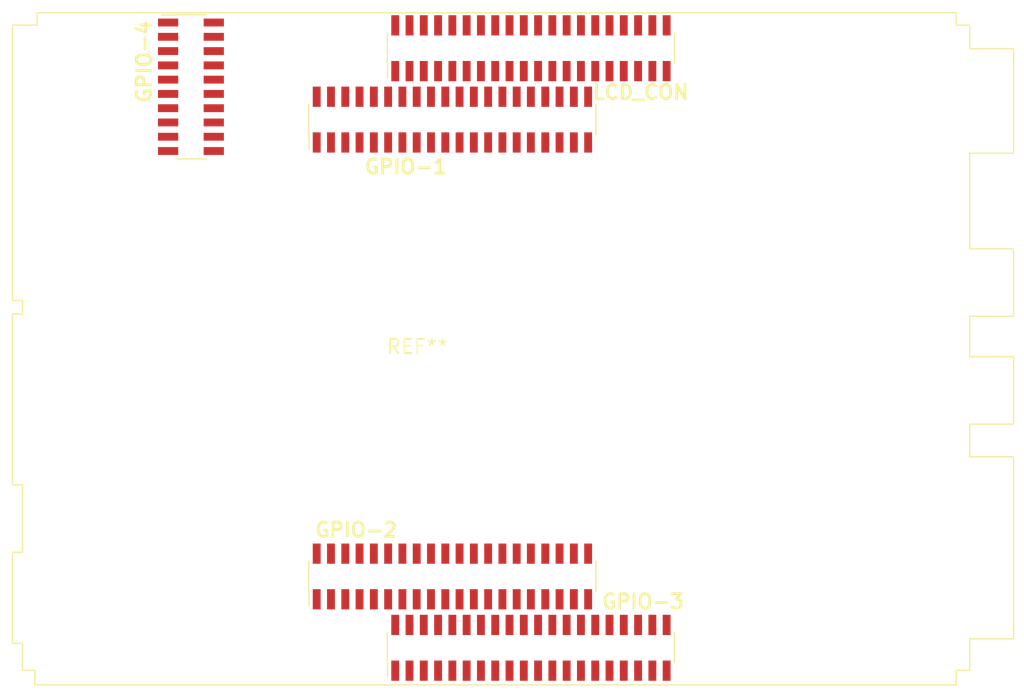
<source format=kicad_pcb>
(kicad_pcb (version 20240108) (generator pcbnew)
  (layers (0 "F.Cu" signal) (31 "B.Cu" signal) (34 "B.Paste" user) (35 "F.Paste" user) (36 "B.SilkS" user "B.Silkscreen") (37 "F.SilkS" user "F.Silkscreen") (38 "B.Mask" user) (39 "F.Mask" user) (44 "Edge.Cuts" user))
  (net 0 "")
  (footprint "A20_OLINUXINO_LIME2" (layer "F.Cu") (at 0 0)
    (property "Reference" "REF**")
    (property "Value" "A20_OLINUXINO_LIME2")
    (fp_line (start -36 -28.6) (end -36 -4.1) (layer "F.SilkS") (stroke (width 0.12)))
    (fp_line (start -36 -4.1) (end -35.1 -4.1) (layer "F.SilkS") (stroke (width 0.12)))
    (fp_line (start -36 -2.9) (end -36 12.3) (layer "F.SilkS") (stroke (width 0.12)))
    (fp_line (start -36 12.3) (end -35.1 12.3) (layer "F.SilkS") (stroke (width 0.12)))
    (fp_line (start -36 18.3) (end -36 26.4) (layer "F.SilkS") (stroke (width 0.12)))
    (fp_line (start -36 26.4) (end -35.1 26.4) (layer "F.SilkS") (stroke (width 0.12)))
    (fp_line (start -35.1 -4.1) (end -35.1 -2.9) (layer "F.SilkS") (stroke (width 0.12)))
    (fp_line (start -35.1 -2.9) (end -36 -2.9) (layer "F.SilkS") (stroke (width 0.12)))
    (fp_line (start -35.1 12.3) (end -35.1 18.3) (layer "F.SilkS") (stroke (width 0.12)))
    (fp_line (start -35.1 18.3) (end -36 18.3) (layer "F.SilkS") (stroke (width 0.12)))
    (fp_line (start -35.1 26.4) (end -35.1 28.8) (layer "F.SilkS") (stroke (width 0.12)))
    (fp_line (start -35.1 28.8) (end -34 28.8) (layer "F.SilkS") (stroke (width 0.12)))
    (fp_line (start -34 28.8) (end -34 30.1) (layer "F.SilkS") (stroke (width 0.12)))
    (fp_line (start -34 30.1) (end 47.9 30.1) (layer "F.SilkS") (stroke (width 0.12)))
    (fp_line (start -33.8 -29.7) (end -33.8 -28.6) (layer "F.SilkS") (stroke (width 0.12)))
    (fp_line (start -33.8 -28.6) (end -36 -28.6) (layer "F.SilkS") (stroke (width 0.12)))
    (fp_line (start -22.75 -29.5) (end -21.45 -29.5) (layer "F.SilkS") (stroke (width 0.12)))
    (fp_line (start -21.45 -29.52) (end -18.79 -29.52) (layer "F.SilkS") (stroke (width 0.12)))
    (fp_line (start -21.45 -29.5) (end -21.45 -29.52) (layer "F.SilkS") (stroke (width 0.12)))
    (fp_line (start -21.45 -16.72) (end -21.45 -16.7) (layer "F.SilkS") (stroke (width 0.12)))
    (fp_line (start -21.45 -16.7) (end -18.79 -16.7) (layer "F.SilkS") (stroke (width 0.12)))
    (fp_line (start -18.79 -29.52) (end -18.79 -29.5) (layer "F.SilkS") (stroke (width 0.12)))
    (fp_line (start -18.79 -16.7) (end -18.79 -16.72) (layer "F.SilkS") (stroke (width 0.12)))
    (fp_line (start -9.65 -21.53) (end -9.63 -21.53) (layer "F.SilkS") (stroke (width 0.12)))
    (fp_line (start -9.65 -18.87) (end -9.65 -21.53) (layer "F.SilkS") (stroke (width 0.12)))
    (fp_line (start -9.65 19.11) (end -9.63 19.11) (layer "F.SilkS") (stroke (width 0.12)))
    (fp_line (start -9.65 21.77) (end -9.65 19.11) (layer "F.SilkS") (stroke (width 0.12)))
    (fp_line (start -9.63 -18.87) (end -9.65 -18.87) (layer "F.SilkS") (stroke (width 0.12)))
    (fp_line (start -9.63 -17.57) (end -9.63 -18.87) (layer "F.SilkS") (stroke (width 0.12)))
    (fp_line (start -9.63 21.77) (end -9.65 21.77) (layer "F.SilkS") (stroke (width 0.12)))
    (fp_line (start -9.63 23.07) (end -9.63 21.77) (layer "F.SilkS") (stroke (width 0.12)))
    (fp_line (start -2.67 -27.88) (end -2.65 -27.88) (layer "F.SilkS") (stroke (width 0.12)))
    (fp_line (start -2.67 -25.22) (end -2.67 -27.88) (layer "F.SilkS") (stroke (width 0.12)))
    (fp_line (start -2.67 25.46) (end -2.65 25.46) (layer "F.SilkS") (stroke (width 0.12)))
    (fp_line (start -2.67 28.12) (end -2.67 25.46) (layer "F.SilkS") (stroke (width 0.12)))
    (fp_line (start -2.65 -25.22) (end -2.67 -25.22) (layer "F.SilkS") (stroke (width 0.12)))
    (fp_line (start -2.65 -23.92) (end -2.65 -25.22) (layer "F.SilkS") (stroke (width 0.12)))
    (fp_line (start -2.65 28.12) (end -2.67 28.12) (layer "F.SilkS") (stroke (width 0.12)))
    (fp_line (start -2.65 29.42) (end -2.65 28.12) (layer "F.SilkS") (stroke (width 0.12)))
    (fp_line (start 15.85 -18.87) (end 15.87 -18.87) (layer "F.SilkS") (stroke (width 0.12)))
    (fp_line (start 15.85 21.77) (end 15.87 21.77) (layer "F.SilkS") (stroke (width 0.12)))
    (fp_line (start 15.87 -21.53) (end 15.85 -21.53) (layer "F.SilkS") (stroke (width 0.12)))
    (fp_line (start 15.87 -18.87) (end 15.87 -21.53) (layer "F.SilkS") (stroke (width 0.12)))
    (fp_line (start 15.87 19.11) (end 15.85 19.11) (layer "F.SilkS") (stroke (width 0.12)))
    (fp_line (start 15.87 21.77) (end 15.87 19.11) (layer "F.SilkS") (stroke (width 0.12)))
    (fp_line (start 22.83 -25.22) (end 22.85 -25.22) (layer "F.SilkS") (stroke (width 0.12)))
    (fp_line (start 22.83 28.12) (end 22.85 28.12) (layer "F.SilkS") (stroke (width 0.12)))
    (fp_line (start 22.85 -27.88) (end 22.83 -27.88) (layer "F.SilkS") (stroke (width 0.12)))
    (fp_line (start 22.85 -25.22) (end 22.85 -27.88) (layer "F.SilkS") (stroke (width 0.12)))
    (fp_line (start 22.85 25.46) (end 22.83 25.46) (layer "F.SilkS") (stroke (width 0.12)))
    (fp_line (start 22.85 28.12) (end 22.85 25.46) (layer "F.SilkS") (stroke (width 0.12)))
    (fp_line (start 47.9 -29.7) (end -33.8 -29.7) (layer "F.SilkS") (stroke (width 0.12)))
    (fp_line (start 47.9 -28.6) (end 47.9 -29.7) (layer "F.SilkS") (stroke (width 0.12)))
    (fp_line (start 47.9 28.8) (end 49.1 28.8) (layer "F.SilkS") (stroke (width 0.12)))
    (fp_line (start 47.9 30.1) (end 47.9 28.8) (layer "F.SilkS") (stroke (width 0.12)))
    (fp_line (start 49.1 -28.6) (end 47.9 -28.6) (layer "F.SilkS") (stroke (width 0.12)))
    (fp_line (start 49.1 -26.5) (end 49.1 -28.6) (layer "F.SilkS") (stroke (width 0.12)))
    (fp_line (start 49.1 -17.2) (end 53 -17.2) (layer "F.SilkS") (stroke (width 0.12)))
    (fp_line (start 49.1 -8.7) (end 49.1 -17.2) (layer "F.SilkS") (stroke (width 0.12)))
    (fp_line (start 49.1 -2.7) (end 53 -2.7) (layer "F.SilkS") (stroke (width 0.12)))
    (fp_line (start 49.1 0.9) (end 49.1 -2.7) (layer "F.SilkS") (stroke (width 0.12)))
    (fp_line (start 49.1 6.9) (end 53 6.9) (layer "F.SilkS") (stroke (width 0.12)))
    (fp_line (start 49.1 9.8) (end 49.1 6.9) (layer "F.SilkS") (stroke (width 0.12)))
    (fp_line (start 49.1 26) (end 53 26) (layer "F.SilkS") (stroke (width 0.12)))
    (fp_line (start 49.1 28.8) (end 49.1 26) (layer "F.SilkS") (stroke (width 0.12)))
    (fp_line (start 53 -26.5) (end 49.1 -26.5) (layer "F.SilkS") (stroke (width 0.12)))
    (fp_line (start 53 -17.2) (end 53 -26.5) (layer "F.SilkS") (stroke (width 0.12)))
    (fp_line (start 53 -8.7) (end 49.1 -8.7) (layer "F.SilkS") (stroke (width 0.12)))
    (fp_line (start 53 -2.7) (end 53 -8.7) (layer "F.SilkS") (stroke (width 0.12)))
    (fp_line (start 53 0.9) (end 49.1 0.9) (layer "F.SilkS") (stroke (width 0.12)))
    (fp_line (start 53 6.9) (end 53 0.9) (layer "F.SilkS") (stroke (width 0.12)))
    (fp_line (start 53 9.8) (end 49.1 9.8) (layer "F.SilkS") (stroke (width 0.12)))
    (fp_line (start 53 26) (end 53 9.8) (layer "F.SilkS") (stroke (width 0.12)))
    (fp_text user "GPIO-3" (at 20.05 22.68 0) (layer "F.SilkS") (effects (font (size 1.27 1.27) (thickness 0.25))))
    (fp_text user "GPIO-4" (at -24.3 -25.35 90) (layer "F.SilkS") (effects (font (size 1.27 1.27) (thickness 0.25))))
    (fp_text user "LCD_CON" (at 19.85 -22.63 0) (layer "F.SilkS") (effects (font (size 1.27 1.27) (thickness 0.25))))
    (fp_text user "GPIO-1" (at -1.03 -16 0) (layer "F.SilkS") (effects (font (size 1.27 1.27) (thickness 0.25))))
    (fp_text user "GPIO-2" (at -5.44 16.31 0) (layer "F.SilkS") (effects (font (size 1.27 1.27) (thickness 0.25))))
    (pad "" np_thru_hole circle (at -20.13 -28.19) (size 0.8 0.8) (drill 0.8) (layers *.Cu *.Mask))
    (pad "" np_thru_hole circle (at -20.13 -18.04) (size 0.8 0.8) (drill 0.8) (layers *.Cu *.Mask))
    (pad "" np_thru_hole circle (at -8.32 -20.19) (size 0.8 0.8) (drill 0.8) (layers *.Cu *.Mask))
    (pad "" np_thru_hole circle (at -8.32 20.45) (size 0.8 0.8) (drill 0.8) (layers *.Cu *.Mask))
    (pad "" np_thru_hole circle (at -1.33 -26.54) (size 0.8 0.8) (drill 0.8) (layers *.Cu *.Mask))
    (pad "" np_thru_hole circle (at -1.33 26.8) (size 0.8 0.8) (drill 0.8) (layers *.Cu *.Mask))
    (pad "" np_thru_hole circle (at 14.54 -20.19) (size 0.8 0.8) (drill 0.8) (layers *.Cu *.Mask))
    (pad "" np_thru_hole circle (at 14.54 20.45) (size 0.8 0.8) (drill 0.8) (layers *.Cu *.Mask))
    (pad "" np_thru_hole circle (at 21.53 -26.54) (size 0.8 0.8) (drill 0.8) (layers *.Cu *.Mask))
    (pad "" np_thru_hole circle (at 21.53 26.8) (size 0.8 0.8) (drill 0.8) (layers *.Cu *.Mask))
    (pad "1-1" smd rect (at -8.95 -18.16 90) (size 1.8 0.7) (layers "F.Cu" "F.Paste" "F.Mask"))
    (pad "1-2" smd rect (at -8.95 -22.23 90) (size 1.8 0.7) (layers "F.Cu" "F.Paste" "F.Mask"))
    (pad "1-3" smd rect (at -7.68 -18.16 90) (size 1.8 0.7) (layers "F.Cu" "F.Paste" "F.Mask"))
    (pad "1-4" smd rect (at -7.68 -22.23 90) (size 1.8 0.7) (layers "F.Cu" "F.Paste" "F.Mask"))
    (pad "1-5" smd rect (at -6.41 -18.16 90) (size 1.8 0.7) (layers "F.Cu" "F.Paste" "F.Mask"))
    (pad "1-6" smd rect (at -6.41 -22.23 90) (size 1.8 0.7) (layers "F.Cu" "F.Paste" "F.Mask"))
    (pad "1-7" smd rect (at -5.14 -18.16 90) (size 1.8 0.7) (layers "F.Cu" "F.Paste" "F.Mask"))
    (pad "1-8" smd rect (at -5.14 -22.23 90) (size 1.8 0.7) (layers "F.Cu" "F.Paste" "F.Mask"))
    (pad "1-9" smd rect (at -3.87 -18.16 90) (size 1.8 0.7) (layers "F.Cu" "F.Paste" "F.Mask"))
    (pad "1-10" smd rect (at -3.87 -22.23 90) (size 1.8 0.7) (layers "F.Cu" "F.Paste" "F.Mask"))
    (pad "1-11" smd rect (at -2.6 -18.16 90) (size 1.8 0.7) (layers "F.Cu" "F.Paste" "F.Mask"))
    (pad "1-12" smd rect (at -2.6 -22.23 90) (size 1.8 0.7) (layers "F.Cu" "F.Paste" "F.Mask"))
    (pad "1-13" smd rect (at -1.33 -18.16 270) (size 1.8 0.7) (layers "F.Cu" "F.Paste" "F.Mask"))
    (pad "1-14" smd rect (at -1.33 -22.23 270) (size 1.8 0.7) (layers "F.Cu" "F.Paste" "F.Mask"))
    (pad "1-15" smd rect (at -0.06 -18.16 270) (size 1.8 0.7) (layers "F.Cu" "F.Paste" "F.Mask"))
    (pad "1-16" smd rect (at -0.06 -22.23 270) (size 1.8 0.7) (layers "F.Cu" "F.Paste" "F.Mask"))
    (pad "1-17" smd rect (at 1.21 -18.16 270) (size 1.8 0.7) (layers "F.Cu" "F.Paste" "F.Mask"))
    (pad "1-18" smd rect (at 1.21 -22.23 270) (size 1.8 0.7) (layers "F.Cu" "F.Paste" "F.Mask"))
    (pad "1-19" smd rect (at 2.48 -18.16 270) (size 1.8 0.7) (layers "F.Cu" "F.Paste" "F.Mask"))
    (pad "1-20" smd rect (at 2.48 -22.23 270) (size 1.8 0.7) (layers "F.Cu" "F.Paste" "F.Mask"))
    (pad "1-21" smd rect (at 3.75 -18.16 270) (size 1.8 0.7) (layers "F.Cu" "F.Paste" "F.Mask"))
    (pad "1-22" smd rect (at 3.75 -22.23 270) (size 1.8 0.7) (layers "F.Cu" "F.Paste" "F.Mask"))
    (pad "1-23" smd rect (at 5.02 -18.16 270) (size 1.8 0.7) (layers "F.Cu" "F.Paste" "F.Mask"))
    (pad "1-24" smd rect (at 5.02 -22.23 270) (size 1.8 0.7) (layers "F.Cu" "F.Paste" "F.Mask"))
    (pad "1-25" smd rect (at 6.29 -18.16 270) (size 1.8 0.7) (layers "F.Cu" "F.Paste" "F.Mask"))
    (pad "1-26" smd rect (at 6.29 -22.23 270) (size 1.8 0.7) (layers "F.Cu" "F.Paste" "F.Mask"))
    (pad "1-27" smd rect (at 7.56 -18.16 270) (size 1.8 0.7) (layers "F.Cu" "F.Paste" "F.Mask"))
    (pad "1-28" smd rect (at 7.56 -22.23 270) (size 1.8 0.7) (layers "F.Cu" "F.Paste" "F.Mask"))
    (pad "1-29" smd rect (at 8.83 -18.16 270) (size 1.8 0.7) (layers "F.Cu" "F.Paste" "F.Mask"))
    (pad "1-30" smd rect (at 8.83 -22.23 270) (size 1.8 0.7) (layers "F.Cu" "F.Paste" "F.Mask"))
    (pad "1-31" smd rect (at 10.09 -18.16 270) (size 1.8 0.7) (layers "F.Cu" "F.Paste" "F.Mask"))
    (pad "1-32" smd rect (at 10.09 -22.23 270) (size 1.8 0.7) (layers "F.Cu" "F.Paste" "F.Mask"))
    (pad "1-33" smd rect (at 11.37 -18.16 270) (size 1.8 0.7) (layers "F.Cu" "F.Paste" "F.Mask"))
    (pad "1-34" smd rect (at 11.37 -22.23 270) (size 1.8 0.7) (layers "F.Cu" "F.Paste" "F.Mask"))
    (pad "1-35" smd rect (at 12.64 -18.16 270) (size 1.8 0.7) (layers "F.Cu" "F.Paste" "F.Mask"))
    (pad "1-36" smd rect (at 12.64 -22.23 270) (size 1.8 0.7) (layers "F.Cu" "F.Paste" "F.Mask"))
    (pad "1-37" smd rect (at 13.91 -18.16 270) (size 1.8 0.7) (layers "F.Cu" "F.Paste" "F.Mask"))
    (pad "1-38" smd rect (at 13.91 -22.23 270) (size 1.8 0.7) (layers "F.Cu" "F.Paste" "F.Mask"))
    (pad "1-39" smd rect (at 15.18 -18.16 270) (size 1.8 0.7) (layers "F.Cu" "F.Paste" "F.Mask"))
    (pad "1-40" smd rect (at 15.18 -22.23 270) (size 1.8 0.7) (layers "F.Cu" "F.Paste" "F.Mask"))
    (pad "2-1" smd rect (at -8.95 22.48 90) (size 1.8 0.7) (layers "F.Cu" "F.Paste" "F.Mask"))
    (pad "2-2" smd rect (at -8.95 18.42 90) (size 1.8 0.7) (layers "F.Cu" "F.Paste" "F.Mask"))
    (pad "2-3" smd rect (at -7.68 22.48 90) (size 1.8 0.7) (layers "F.Cu" "F.Paste" "F.Mask"))
    (pad "2-4" smd rect (at -7.68 18.42 90) (size 1.8 0.7) (layers "F.Cu" "F.Paste" "F.Mask"))
    (pad "2-5" smd rect (at -6.41 22.48 90) (size 1.8 0.7) (layers "F.Cu" "F.Paste" "F.Mask"))
    (pad "2-6" smd rect (at -6.41 18.42 90) (size 1.8 0.7) (layers "F.Cu" "F.Paste" "F.Mask"))
    (pad "2-7" smd rect (at -5.14 22.48 90) (size 1.8 0.7) (layers "F.Cu" "F.Paste" "F.Mask"))
    (pad "2-8" smd rect (at -5.14 18.42 90) (size 1.8 0.7) (layers "F.Cu" "F.Paste" "F.Mask"))
    (pad "2-9" smd rect (at -3.87 22.48 90) (size 1.8 0.7) (layers "F.Cu" "F.Paste" "F.Mask"))
    (pad "2-10" smd rect (at -3.87 18.42 90) (size 1.8 0.7) (layers "F.Cu" "F.Paste" "F.Mask"))
    (pad "2-11" smd rect (at -2.6 22.48 90) (size 1.8 0.7) (layers "F.Cu" "F.Paste" "F.Mask"))
    (pad "2-12" smd rect (at -2.6 18.42 90) (size 1.8 0.7) (layers "F.Cu" "F.Paste" "F.Mask"))
    (pad "2-13" smd rect (at -1.33 22.48 270) (size 1.8 0.7) (layers "F.Cu" "F.Paste" "F.Mask"))
    (pad "2-14" smd rect (at -1.33 18.42 270) (size 1.8 0.7) (layers "F.Cu" "F.Paste" "F.Mask"))
    (pad "2-15" smd rect (at -0.06 22.48 270) (size 1.8 0.7) (layers "F.Cu" "F.Paste" "F.Mask"))
    (pad "2-16" smd rect (at -0.06 18.42 270) (size 1.8 0.7) (layers "F.Cu" "F.Paste" "F.Mask"))
    (pad "2-17" smd rect (at 1.21 22.48 270) (size 1.8 0.7) (layers "F.Cu" "F.Paste" "F.Mask"))
    (pad "2-18" smd rect (at 1.21 18.42 270) (size 1.8 0.7) (layers "F.Cu" "F.Paste" "F.Mask"))
    (pad "2-19" smd rect (at 2.48 22.48 270) (size 1.8 0.7) (layers "F.Cu" "F.Paste" "F.Mask"))
    (pad "2-20" smd rect (at 2.48 18.42 270) (size 1.8 0.7) (layers "F.Cu" "F.Paste" "F.Mask"))
    (pad "2-21" smd rect (at 3.75 22.48 270) (size 1.8 0.7) (layers "F.Cu" "F.Paste" "F.Mask"))
    (pad "2-22" smd rect (at 3.75 18.42 270) (size 1.8 0.7) (layers "F.Cu" "F.Paste" "F.Mask"))
    (pad "2-23" smd rect (at 5.02 22.48 270) (size 1.8 0.7) (layers "F.Cu" "F.Paste" "F.Mask"))
    (pad "2-24" smd rect (at 5.02 18.42 270) (size 1.8 0.7) (layers "F.Cu" "F.Paste" "F.Mask"))
    (pad "2-25" smd rect (at 6.29 22.48 270) (size 1.8 0.7) (layers "F.Cu" "F.Paste" "F.Mask"))
    (pad "2-26" smd rect (at 6.29 18.42 270) (size 1.8 0.7) (layers "F.Cu" "F.Paste" "F.Mask"))
    (pad "2-27" smd rect (at 7.56 22.48 270) (size 1.8 0.7) (layers "F.Cu" "F.Paste" "F.Mask"))
    (pad "2-28" smd rect (at 7.56 18.42 270) (size 1.8 0.7) (layers "F.Cu" "F.Paste" "F.Mask"))
    (pad "2-29" smd rect (at 8.83 22.48 270) (size 1.8 0.7) (layers "F.Cu" "F.Paste" "F.Mask"))
    (pad "2-30" smd rect (at 8.83 18.42 270) (size 1.8 0.7) (layers "F.Cu" "F.Paste" "F.Mask"))
    (pad "2-31" smd rect (at 10.09 22.48 270) (size 1.8 0.7) (layers "F.Cu" "F.Paste" "F.Mask"))
    (pad "2-32" smd rect (at 10.09 18.42 270) (size 1.8 0.7) (layers "F.Cu" "F.Paste" "F.Mask"))
    (pad "2-33" smd rect (at 11.37 22.48 270) (size 1.8 0.7) (layers "F.Cu" "F.Paste" "F.Mask"))
    (pad "2-34" smd rect (at 11.37 18.42 270) (size 1.8 0.7) (layers "F.Cu" "F.Paste" "F.Mask"))
    (pad "2-35" smd rect (at 12.64 22.48 270) (size 1.8 0.7) (layers "F.Cu" "F.Paste" "F.Mask"))
    (pad "2-36" smd rect (at 12.64 18.42 270) (size 1.8 0.7) (layers "F.Cu" "F.Paste" "F.Mask"))
    (pad "2-37" smd rect (at 13.91 22.48 270) (size 1.8 0.7) (layers "F.Cu" "F.Paste" "F.Mask"))
    (pad "2-38" smd rect (at 13.91 18.42 270) (size 1.8 0.7) (layers "F.Cu" "F.Paste" "F.Mask"))
    (pad "2-39" smd rect (at 15.18 22.48 270) (size 1.8 0.7) (layers "F.Cu" "F.Paste" "F.Mask"))
    (pad "2-40" smd rect (at 15.18 18.42 270) (size 1.8 0.7) (layers "F.Cu" "F.Paste" "F.Mask"))
    (pad "3-1" smd rect (at -1.97 28.83 90) (size 1.8 0.7) (layers "F.Cu" "F.Paste" "F.Mask"))
    (pad "3-2" smd rect (at -1.97 24.76 90) (size 1.8 0.7) (layers "F.Cu" "F.Paste" "F.Mask"))
    (pad "3-3" smd rect (at -0.7 28.83 90) (size 1.8 0.7) (layers "F.Cu" "F.Paste" "F.Mask"))
    (pad "3-4" smd rect (at -0.7 24.76 90) (size 1.8 0.7) (layers "F.Cu" "F.Paste" "F.Mask"))
    (pad "3-5" smd rect (at 0.57 28.83 90) (size 1.8 0.7) (layers "F.Cu" "F.Paste" "F.Mask"))
    (pad "3-6" smd rect (at 0.57 24.76 90) (size 1.8 0.7) (layers "F.Cu" "F.Paste" "F.Mask"))
    (pad "3-7" smd rect (at 1.84 28.83 90) (size 1.8 0.7) (layers "F.Cu" "F.Paste" "F.Mask"))
    (pad "3-8" smd rect (at 1.84 24.76 90) (size 1.8 0.7) (layers "F.Cu" "F.Paste" "F.Mask"))
    (pad "3-9" smd rect (at 3.11 28.83 90) (size 1.8 0.7) (layers "F.Cu" "F.Paste" "F.Mask"))
    (pad "3-10" smd rect (at 3.11 24.76 90) (size 1.8 0.7) (layers "F.Cu" "F.Paste" "F.Mask"))
    (pad "3-11" smd rect (at 4.38 28.83 90) (size 1.8 0.7) (layers "F.Cu" "F.Paste" "F.Mask"))
    (pad "3-12" smd rect (at 4.38 24.76 90) (size 1.8 0.7) (layers "F.Cu" "F.Paste" "F.Mask"))
    (pad "3-13" smd rect (at 5.65 28.83 270) (size 1.8 0.7) (layers "F.Cu" "F.Paste" "F.Mask"))
    (pad "3-14" smd rect (at 5.65 24.76 270) (size 1.8 0.7) (layers "F.Cu" "F.Paste" "F.Mask"))
    (pad "3-15" smd rect (at 6.92 28.83 270) (size 1.8 0.7) (layers "F.Cu" "F.Paste" "F.Mask"))
    (pad "3-16" smd rect (at 6.92 24.76 270) (size 1.8 0.7) (layers "F.Cu" "F.Paste" "F.Mask"))
    (pad "3-17" smd rect (at 8.19 28.83 270) (size 1.8 0.7) (layers "F.Cu" "F.Paste" "F.Mask"))
    (pad "3-18" smd rect (at 8.19 24.76 270) (size 1.8 0.7) (layers "F.Cu" "F.Paste" "F.Mask"))
    (pad "3-19" smd rect (at 9.46 28.83 270) (size 1.8 0.7) (layers "F.Cu" "F.Paste" "F.Mask"))
    (pad "3-20" smd rect (at 9.46 24.76 270) (size 1.8 0.7) (layers "F.Cu" "F.Paste" "F.Mask"))
    (pad "3-21" smd rect (at 10.73 28.83 270) (size 1.8 0.7) (layers "F.Cu" "F.Paste" "F.Mask"))
    (pad "3-22" smd rect (at 10.73 24.76 270) (size 1.8 0.7) (layers "F.Cu" "F.Paste" "F.Mask"))
    (pad "3-23" smd rect (at 12 28.83 270) (size 1.8 0.7) (layers "F.Cu" "F.Paste" "F.Mask"))
    (pad "3-24" smd rect (at 12 24.76 270) (size 1.8 0.7) (layers "F.Cu" "F.Paste" "F.Mask"))
    (pad "3-25" smd rect (at 13.27 28.83 270) (size 1.8 0.7) (layers "F.Cu" "F.Paste" "F.Mask"))
    (pad "3-26" smd rect (at 13.27 24.76 270) (size 1.8 0.7) (layers "F.Cu" "F.Paste" "F.Mask"))
    (pad "3-27" smd rect (at 14.54 28.83 270) (size 1.8 0.7) (layers "F.Cu" "F.Paste" "F.Mask"))
    (pad "3-28" smd rect (at 14.54 24.76 270) (size 1.8 0.7) (layers "F.Cu" "F.Paste" "F.Mask"))
    (pad "3-29" smd rect (at 15.81 28.83 270) (size 1.8 0.7) (layers "F.Cu" "F.Paste" "F.Mask"))
    (pad "3-30" smd rect (at 15.81 24.76 270) (size 1.8 0.7) (layers "F.Cu" "F.Paste" "F.Mask"))
    (pad "3-31" smd rect (at 17.08 28.83 270) (size 1.8 0.7) (layers "F.Cu" "F.Paste" "F.Mask"))
    (pad "3-32" smd rect (at 17.08 24.76 270) (size 1.8 0.7) (layers "F.Cu" "F.Paste" "F.Mask"))
    (pad "3-33" smd rect (at 18.35 28.83 270) (size 1.8 0.7) (layers "F.Cu" "F.Paste" "F.Mask"))
    (pad "3-34" smd rect (at 18.35 24.76 270) (size 1.8 0.7) (layers "F.Cu" "F.Paste" "F.Mask"))
    (pad "3-35" smd rect (at 19.62 28.83 270) (size 1.8 0.7) (layers "F.Cu" "F.Paste" "F.Mask"))
    (pad "3-36" smd rect (at 19.62 24.76 270) (size 1.8 0.7) (layers "F.Cu" "F.Paste" "F.Mask"))
    (pad "3-37" smd rect (at 20.89 28.83 270) (size 1.8 0.7) (layers "F.Cu" "F.Paste" "F.Mask"))
    (pad "3-38" smd rect (at 20.89 24.76 270) (size 1.8 0.7) (layers "F.Cu" "F.Paste" "F.Mask"))
    (pad "3-39" smd rect (at 22.16 28.83 270) (size 1.8 0.7) (layers "F.Cu" "F.Paste" "F.Mask"))
    (pad "3-40" smd rect (at 22.16 24.76 270) (size 1.8 0.7) (layers "F.Cu" "F.Paste" "F.Mask"))
    (pad "4-1" smd rect (at -18.1 -17.4 180) (size 1.8 0.7) (layers "F.Cu" "F.Paste" "F.Mask"))
    (pad "4-2" smd rect (at -22.16 -17.4 180) (size 1.8 0.7) (layers "F.Cu" "F.Paste" "F.Mask"))
    (pad "4-3" smd rect (at -18.1 -18.67 180) (size 1.8 0.7) (layers "F.Cu" "F.Paste" "F.Mask"))
    (pad "4-4" smd rect (at -22.16 -18.67 180) (size 1.8 0.7) (layers "F.Cu" "F.Paste" "F.Mask"))
    (pad "4-5" smd rect (at -18.1 -19.94 180) (size 1.8 0.7) (layers "F.Cu" "F.Paste" "F.Mask"))
    (pad "4-6" smd rect (at -22.16 -19.94 180) (size 1.8 0.7) (layers "F.Cu" "F.Paste" "F.Mask"))
    (pad "4-7" smd rect (at -18.1 -21.21 180) (size 1.8 0.7) (layers "F.Cu" "F.Paste" "F.Mask"))
    (pad "4-8" smd rect (at -22.16 -21.21 180) (size 1.8 0.7) (layers "F.Cu" "F.Paste" "F.Mask"))
    (pad "4-9" smd rect (at -18.1 -22.48 180) (size 1.8 0.7) (layers "F.Cu" "F.Paste" "F.Mask"))
    (pad "4-10" smd rect (at -22.16 -22.48 180) (size 1.8 0.7) (layers "F.Cu" "F.Paste" "F.Mask"))
    (pad "4-11" smd rect (at -18.1 -23.75 180) (size 1.8 0.7) (layers "F.Cu" "F.Paste" "F.Mask"))
    (pad "4-12" smd rect (at -22.16 -23.75 180) (size 1.8 0.7) (layers "F.Cu" "F.Paste" "F.Mask"))
    (pad "4-13" smd rect (at -18.1 -25.02) (size 1.8 0.7) (layers "F.Cu" "F.Paste" "F.Mask"))
    (pad "4-14" smd rect (at -22.16 -25.02) (size 1.8 0.7) (layers "F.Cu" "F.Paste" "F.Mask"))
    (pad "4-15" smd rect (at -18.1 -26.29) (size 1.8 0.7) (layers "F.Cu" "F.Paste" "F.Mask"))
    (pad "4-16" smd rect (at -22.16 -26.29) (size 1.8 0.7) (layers "F.Cu" "F.Paste" "F.Mask"))
    (pad "4-17" smd rect (at -18.1 -27.56) (size 1.8 0.7) (layers "F.Cu" "F.Paste" "F.Mask"))
    (pad "4-18" smd rect (at -22.16 -27.56) (size 1.8 0.7) (layers "F.Cu" "F.Paste" "F.Mask"))
    (pad "4-19" smd rect (at -18.1 -28.83) (size 1.8 0.7) (layers "F.Cu" "F.Paste" "F.Mask"))
    (pad "4-20" smd rect (at -22.16 -28.83) (size 1.8 0.7) (layers "F.Cu" "F.Paste" "F.Mask"))
    (pad "D-1" smd rect (at -1.97 -24.51 90) (size 1.8 0.7) (layers "F.Cu" "F.Paste" "F.Mask"))
    (pad "D-2" smd rect (at -1.97 -28.58 90) (size 1.8 0.7) (layers "F.Cu" "F.Paste" "F.Mask"))
    (pad "D-3" smd rect (at -0.7 -24.51 90) (size 1.8 0.7) (layers "F.Cu" "F.Paste" "F.Mask"))
    (pad "D-4" smd rect (at -0.7 -28.58 90) (size 1.8 0.7) (layers "F.Cu" "F.Paste" "F.Mask"))
    (pad "D-5" smd rect (at 0.57 -24.51 90) (size 1.8 0.7) (layers "F.Cu" "F.Paste" "F.Mask"))
    (pad "D-6" smd rect (at 0.57 -28.58 90) (size 1.8 0.7) (layers "F.Cu" "F.Paste" "F.Mask"))
    (pad "D-7" smd rect (at 1.84 -24.51 90) (size 1.8 0.7) (layers "F.Cu" "F.Paste" "F.Mask"))
    (pad "D-8" smd rect (at 1.84 -28.58 90) (size 1.8 0.7) (layers "F.Cu" "F.Paste" "F.Mask"))
    (pad "D-9" smd rect (at 3.11 -24.51 90) (size 1.8 0.7) (layers "F.Cu" "F.Paste" "F.Mask"))
    (pad "D-10" smd rect (at 3.11 -28.58 90) (size 1.8 0.7) (layers "F.Cu" "F.Paste" "F.Mask"))
    (pad "D-11" smd rect (at 4.38 -24.51 90) (size 1.8 0.7) (layers "F.Cu" "F.Paste" "F.Mask"))
    (pad "D-12" smd rect (at 4.38 -28.58 90) (size 1.8 0.7) (layers "F.Cu" "F.Paste" "F.Mask"))
    (pad "D-13" smd rect (at 5.65 -24.51 270) (size 1.8 0.7) (layers "F.Cu" "F.Paste" "F.Mask"))
    (pad "D-14" smd rect (at 5.65 -28.58 270) (size 1.8 0.7) (layers "F.Cu" "F.Paste" "F.Mask"))
    (pad "D-15" smd rect (at 6.92 -24.51 270) (size 1.8 0.7) (layers "F.Cu" "F.Paste" "F.Mask"))
    (pad "D-16" smd rect (at 6.92 -28.58 270) (size 1.8 0.7) (layers "F.Cu" "F.Paste" "F.Mask"))
    (pad "D-17" smd rect (at 8.19 -24.51 270) (size 1.8 0.7) (layers "F.Cu" "F.Paste" "F.Mask"))
    (pad "D-18" smd rect (at 8.19 -28.58 270) (size 1.8 0.7) (layers "F.Cu" "F.Paste" "F.Mask"))
    (pad "D-19" smd rect (at 9.46 -24.51 270) (size 1.8 0.7) (layers "F.Cu" "F.Paste" "F.Mask"))
    (pad "D-20" smd rect (at 9.46 -28.58 270) (size 1.8 0.7) (layers "F.Cu" "F.Paste" "F.Mask"))
    (pad "D-21" smd rect (at 10.73 -24.51 270) (size 1.8 0.7) (layers "F.Cu" "F.Paste" "F.Mask"))
    (pad "D-22" smd rect (at 10.73 -28.58 270) (size 1.8 0.7) (layers "F.Cu" "F.Paste" "F.Mask"))
    (pad "D-23" smd rect (at 12 -24.51 270) (size 1.8 0.7) (layers "F.Cu" "F.Paste" "F.Mask"))
    (pad "D-24" smd rect (at 12 -28.58 270) (size 1.8 0.7) (layers "F.Cu" "F.Paste" "F.Mask"))
    (pad "D-25" smd rect (at 13.27 -24.51 270) (size 1.8 0.7) (layers "F.Cu" "F.Paste" "F.Mask"))
    (pad "D-26" smd rect (at 13.27 -28.58 270) (size 1.8 0.7) (layers "F.Cu" "F.Paste" "F.Mask"))
    (pad "D-27" smd rect (at 14.54 -24.51 270) (size 1.8 0.7) (layers "F.Cu" "F.Paste" "F.Mask"))
    (pad "D-28" smd rect (at 14.54 -28.58 270) (size 1.8 0.7) (layers "F.Cu" "F.Paste" "F.Mask"))
    (pad "D-29" smd rect (at 15.81 -24.51 270) (size 1.8 0.7) (layers "F.Cu" "F.Paste" "F.Mask"))
    (pad "D-30" smd rect (at 15.81 -28.58 270) (size 1.8 0.7) (layers "F.Cu" "F.Paste" "F.Mask"))
    (pad "D-31" smd rect (at 17.08 -24.51 270) (size 1.8 0.7) (layers "F.Cu" "F.Paste" "F.Mask"))
    (pad "D-32" smd rect (at 17.08 -28.58 270) (size 1.8 0.7) (layers "F.Cu" "F.Paste" "F.Mask"))
    (pad "D-33" smd rect (at 18.35 -24.51 270) (size 1.8 0.7) (layers "F.Cu" "F.Paste" "F.Mask"))
    (pad "D-34" smd rect (at 18.35 -28.58 270) (size 1.8 0.7) (layers "F.Cu" "F.Paste" "F.Mask"))
    (pad "D-35" smd rect (at 19.62 -24.51 270) (size 1.8 0.7) (layers "F.Cu" "F.Paste" "F.Mask"))
    (pad "D-36" smd rect (at 19.62 -28.58 270) (size 1.8 0.7) (layers "F.Cu" "F.Paste" "F.Mask"))
    (pad "D-37" smd rect (at 20.89 -24.51 270) (size 1.8 0.7) (layers "F.Cu" "F.Paste" "F.Mask"))
    (pad "D-38" smd rect (at 20.89 -28.58 270) (size 1.8 0.7) (layers "F.Cu" "F.Paste" "F.Mask"))
    (pad "D-39" smd rect (at 22.16 -24.51 270) (size 1.8 0.7) (layers "F.Cu" "F.Paste" "F.Mask"))
    (pad "D-40" smd rect (at 22.16 -28.58 270) (size 1.8 0.7) (layers "F.Cu" "F.Paste" "F.Mask"))
  )
)
</source>
